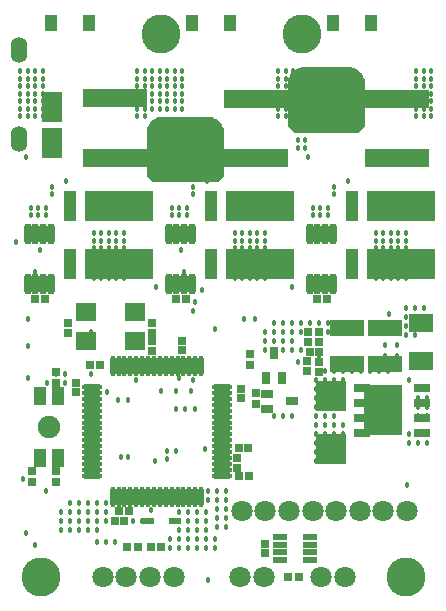
<source format=gbs>
G04 Layer_Color=16711935*
%FSAX25Y25*%
%MOIN*%
G70*
G01*
G75*
%ADD48C,0.07480*%
%ADD83R,0.02572X0.02965*%
%ADD84R,0.02965X0.02572*%
%ADD87R,0.02847X0.02847*%
%ADD100R,0.02847X0.02847*%
%ADD113O,0.05524X0.08674*%
%ADD114C,0.13005*%
%ADD115C,0.07100*%
%ADD116C,0.01800*%
%ADD117R,0.04567X0.02402*%
%ADD118R,0.21666X0.06115*%
%ADD119R,0.04147X0.02572*%
%ADD120R,0.02572X0.04147*%
%ADD121R,0.05501X0.03005*%
%ADD122R,0.11430X0.05328*%
%ADD123R,0.08280X0.06115*%
%ADD124R,0.06902X0.10249*%
%ADD125R,0.04383X0.05603*%
%ADD126O,0.02572X0.07099*%
%ADD127R,0.22847X0.10406*%
%ADD128R,0.04304X0.10406*%
%ADD129R,0.07100X0.06300*%
%ADD130O,0.06902X0.01784*%
%ADD131O,0.01784X0.06902*%
%ADD132R,0.04147X0.02375*%
%ADD133R,0.09855X0.09855*%
%ADD134R,0.03950X0.06312*%
%ADD135R,0.12800X0.16800*%
G36*
X0579199Y0375401D02*
X0594199Y0375401D01*
X0594200Y0375401D01*
X0594692Y0375401D01*
X0594705Y0375400D01*
X0594718D01*
X0594731Y0375398D01*
X0594744Y0375397D01*
X0594757Y0375395D01*
X0594770Y0375393D01*
X0595736Y0375201D01*
X0595748Y0375198D01*
X0595761Y0375195D01*
X0595774Y0375191D01*
X0595786Y0375187D01*
X0595798Y0375182D01*
X0595811Y0375178D01*
X0596721Y0374801D01*
X0596733Y0374796D01*
X0596745Y0374791D01*
X0596756Y0374784D01*
X0596768Y0374778D01*
X0596779Y0374771D01*
X0596790Y0374764D01*
X0597609Y0374217D01*
X0597620Y0374209D01*
X0597631Y0374202D01*
X0597640Y0374193D01*
X0597651Y0374185D01*
X0597660Y0374176D01*
X0597670Y0374167D01*
X0598366Y0373471D01*
X0598375Y0373461D01*
X0598384Y0373452D01*
X0598392Y0373441D01*
X0598401Y0373431D01*
X0598408Y0373421D01*
X0598416Y0373410D01*
X0598963Y0372591D01*
X0598970Y0372580D01*
X0598977Y0372569D01*
X0598983Y0372557D01*
X0598990Y0372546D01*
X0598995Y0372534D01*
X0599000Y0372522D01*
X0599377Y0371612D01*
X0599382Y0371599D01*
X0599387Y0371587D01*
X0599390Y0371575D01*
X0599394Y0371562D01*
X0599397Y0371549D01*
X0599400Y0371537D01*
X0599592Y0370571D01*
X0599594Y0370558D01*
X0599597Y0370545D01*
X0599597Y0370532D01*
X0599599Y0370519D01*
Y0370506D01*
X0599600Y0370493D01*
X0599600Y0370000D01*
X0599600Y0356000D01*
X0599597Y0355948D01*
X0599586Y0355896D01*
X0599570Y0355847D01*
X0599546Y0355800D01*
X0599517Y0355756D01*
X0599483Y0355717D01*
X0597483Y0353717D01*
X0597443Y0353682D01*
X0597400Y0353653D01*
X0597353Y0353630D01*
X0597303Y0353613D01*
X0597252Y0353603D01*
X0597199Y0353599D01*
X0576199D01*
X0576147Y0353603D01*
X0576095Y0353613D01*
X0576046Y0353630D01*
X0575999Y0353653D01*
X0575955Y0353682D01*
X0575916Y0353717D01*
X0573916Y0355716D01*
X0573881Y0355756D01*
X0573852Y0355800D01*
X0573829Y0355847D01*
X0573812Y0355896D01*
X0573802Y0355948D01*
X0573798Y0356000D01*
X0573798Y0370000D01*
D01*
X0573798Y0370492D01*
X0573799Y0370505D01*
Y0370519D01*
X0573801Y0370532D01*
X0573802Y0370545D01*
X0573804Y0370558D01*
X0573806Y0370571D01*
X0573998Y0371537D01*
X0574001Y0371549D01*
X0574004Y0371562D01*
X0574008Y0371575D01*
X0574012Y0371587D01*
X0574017Y0371599D01*
X0574021Y0371612D01*
X0574398Y0372522D01*
X0574403Y0372534D01*
X0574409Y0372546D01*
X0574415Y0372557D01*
X0574421Y0372569D01*
X0574428Y0372580D01*
X0574435Y0372591D01*
X0574982Y0373410D01*
X0574990Y0373421D01*
X0574997Y0373431D01*
X0575006Y0373441D01*
X0575014Y0373452D01*
X0575023Y0373461D01*
X0575032Y0373471D01*
X0575728Y0374167D01*
X0575738Y0374176D01*
X0575747Y0374185D01*
X0575758Y0374193D01*
X0575768Y0374202D01*
X0575778Y0374209D01*
X0575789Y0374217D01*
X0576608Y0374764D01*
X0576619Y0374771D01*
X0576630Y0374778D01*
X0576642Y0374784D01*
X0576653Y0374791D01*
X0576665Y0374796D01*
X0576677Y0374801D01*
X0577587Y0375178D01*
X0577600Y0375183D01*
X0577612Y0375187D01*
X0577625Y0375191D01*
X0577637Y0375195D01*
X0577650Y0375198D01*
X0577662Y0375201D01*
X0578628Y0375393D01*
X0578642Y0375395D01*
X0578654Y0375397D01*
X0578667Y0375398D01*
X0578680Y0375400D01*
X0578693D01*
X0578707Y0375401D01*
X0579199Y0375401D01*
D02*
G37*
G36*
X0626199Y0391901D02*
X0641199Y0391901D01*
X0641200Y0391901D01*
X0641692Y0391901D01*
X0641705Y0391900D01*
X0641718D01*
X0641731Y0391898D01*
X0641744Y0391897D01*
X0641757Y0391895D01*
X0641770Y0391893D01*
X0642736Y0391701D01*
X0642748Y0391698D01*
X0642761Y0391695D01*
X0642774Y0391691D01*
X0642786Y0391687D01*
X0642799Y0391682D01*
X0642811Y0391678D01*
X0643721Y0391301D01*
X0643733Y0391295D01*
X0643745Y0391290D01*
X0643756Y0391284D01*
X0643768Y0391278D01*
X0643779Y0391271D01*
X0643790Y0391264D01*
X0644609Y0390717D01*
X0644620Y0390709D01*
X0644630Y0390702D01*
X0644640Y0390693D01*
X0644651Y0390685D01*
X0644660Y0390676D01*
X0644670Y0390667D01*
X0645366Y0389971D01*
X0645375Y0389961D01*
X0645384Y0389952D01*
X0645392Y0389941D01*
X0645401Y0389931D01*
X0645408Y0389920D01*
X0645416Y0389910D01*
X0645963Y0389091D01*
X0645970Y0389080D01*
X0645977Y0389069D01*
X0645983Y0389057D01*
X0645990Y0389046D01*
X0645995Y0389034D01*
X0646000Y0389022D01*
X0646377Y0388112D01*
X0646382Y0388099D01*
X0646387Y0388087D01*
X0646390Y0388075D01*
X0646394Y0388062D01*
X0646397Y0388049D01*
X0646400Y0388037D01*
X0646592Y0387071D01*
X0646594Y0387058D01*
X0646596Y0387045D01*
X0646597Y0387032D01*
X0646599Y0387019D01*
Y0387006D01*
X0646600Y0386992D01*
X0646600Y0386500D01*
X0646600Y0372500D01*
X0646597Y0372448D01*
X0646586Y0372396D01*
X0646569Y0372347D01*
X0646546Y0372300D01*
X0646517Y0372256D01*
X0646483Y0372217D01*
X0644483Y0370217D01*
X0644443Y0370182D01*
X0644400Y0370153D01*
X0644353Y0370130D01*
X0644303Y0370113D01*
X0644251Y0370103D01*
X0644199Y0370099D01*
X0623199D01*
X0623147Y0370103D01*
X0623095Y0370113D01*
X0623046Y0370130D01*
X0622999Y0370153D01*
X0622955Y0370182D01*
X0622916Y0370217D01*
X0620916Y0372217D01*
X0620881Y0372256D01*
X0620852Y0372300D01*
X0620829Y0372346D01*
X0620812Y0372396D01*
X0620802Y0372448D01*
X0620798Y0372500D01*
X0620798Y0386500D01*
D01*
X0620798Y0386992D01*
X0620799Y0387005D01*
Y0387019D01*
X0620801Y0387032D01*
X0620802Y0387045D01*
X0620804Y0387058D01*
X0620806Y0387071D01*
X0620998Y0388037D01*
X0621001Y0388049D01*
X0621004Y0388062D01*
X0621008Y0388075D01*
X0621012Y0388087D01*
X0621017Y0388099D01*
X0621021Y0388112D01*
X0621398Y0389022D01*
X0621404Y0389034D01*
X0621409Y0389046D01*
X0621415Y0389057D01*
X0621421Y0389069D01*
X0621428Y0389080D01*
X0621435Y0389091D01*
X0621982Y0389910D01*
X0621990Y0389920D01*
X0621997Y0389931D01*
X0622006Y0389941D01*
X0622014Y0389952D01*
X0622023Y0389961D01*
X0622032Y0389971D01*
X0622728Y0390667D01*
X0622738Y0390676D01*
X0622747Y0390685D01*
X0622758Y0390693D01*
X0622768Y0390702D01*
X0622779Y0390709D01*
X0622789Y0390717D01*
X0623608Y0391264D01*
X0623619Y0391271D01*
X0623630Y0391278D01*
X0623642Y0391284D01*
X0623653Y0391290D01*
X0623666Y0391296D01*
X0623677Y0391301D01*
X0624587Y0391678D01*
X0624600Y0391683D01*
X0624612Y0391687D01*
X0624624Y0391691D01*
X0624637Y0391695D01*
X0624650Y0391698D01*
X0624662Y0391701D01*
X0625628Y0391893D01*
X0625641Y0391895D01*
X0625654Y0391897D01*
X0625667Y0391898D01*
X0625680Y0391900D01*
X0625694D01*
X0625707Y0391901D01*
X0626199Y0391901D01*
D02*
G37*
D48*
X0541229Y0271970D02*
D03*
D83*
X0620927Y0222000D02*
D03*
X0624471D02*
D03*
X0567199Y0232000D02*
D03*
X0570742D02*
D03*
X0575156D02*
D03*
X0578699D02*
D03*
D84*
X0610199Y0279728D02*
D03*
Y0283272D02*
D03*
X0608199Y0296272D02*
D03*
Y0292728D02*
D03*
X0631199Y0290203D02*
D03*
Y0293746D02*
D03*
Y0300203D02*
D03*
Y0303746D02*
D03*
X0627199Y0290500D02*
D03*
Y0294043D02*
D03*
X0535699Y0257272D02*
D03*
Y0253728D02*
D03*
X0543699Y0257272D02*
D03*
Y0253728D02*
D03*
Y0286728D02*
D03*
Y0290272D02*
D03*
D87*
X0627699Y0300400D02*
D03*
Y0303549D02*
D03*
X0613199Y0233075D02*
D03*
Y0229925D02*
D03*
X0605199Y0284650D02*
D03*
Y0281500D02*
D03*
X0550199Y0283500D02*
D03*
Y0286650D02*
D03*
X0575699Y0303425D02*
D03*
Y0306575D02*
D03*
X0547699Y0306575D02*
D03*
Y0303425D02*
D03*
X0604000Y0261575D02*
D03*
Y0258425D02*
D03*
X0575699Y0297425D02*
D03*
Y0300575D02*
D03*
X0585699Y0297500D02*
D03*
Y0300650D02*
D03*
D100*
X0631274Y0296974D02*
D03*
X0628124D02*
D03*
X0604425Y0265000D02*
D03*
X0607575D02*
D03*
X0607774Y0255500D02*
D03*
X0604624D02*
D03*
X0566274Y0240500D02*
D03*
X0563124D02*
D03*
X0555050Y0292500D02*
D03*
X0558199D02*
D03*
X0536624Y0314500D02*
D03*
X0539774D02*
D03*
X0567774Y0244000D02*
D03*
X0564624D02*
D03*
X0583624Y0314500D02*
D03*
X0586774D02*
D03*
X0630624D02*
D03*
X0633774D02*
D03*
D113*
X0531199Y0368000D02*
D03*
Y0397528D02*
D03*
D114*
X0578699Y0403000D02*
D03*
X0625699D02*
D03*
X0660199Y0222000D02*
D03*
X0538699D02*
D03*
D115*
X0639937D02*
D03*
X0632063D02*
D03*
X0605063D02*
D03*
X0612937D02*
D03*
X0559189D02*
D03*
X0567063D02*
D03*
X0574937D02*
D03*
X0582837D02*
D03*
X0644811Y0244000D02*
D03*
X0605441D02*
D03*
X0613315D02*
D03*
X0621189D02*
D03*
X0629089D02*
D03*
X0636989D02*
D03*
X0652685D02*
D03*
X0660559D02*
D03*
D116*
X0567699Y0281000D02*
D03*
X0564199D02*
D03*
X0563199Y0233500D02*
D03*
X0581699Y0231500D02*
D03*
X0584699D02*
D03*
X0587699D02*
D03*
X0590699D02*
D03*
X0593699D02*
D03*
X0596699D02*
D03*
Y0234500D02*
D03*
X0545199Y0237500D02*
D03*
X0548199D02*
D03*
X0551199D02*
D03*
X0554199D02*
D03*
X0557199D02*
D03*
X0593699Y0243500D02*
D03*
X0590699D02*
D03*
X0587699D02*
D03*
X0581699Y0234500D02*
D03*
X0563199Y0240500D02*
D03*
X0557199Y0233500D02*
D03*
X0560199D02*
D03*
X0569199Y0240500D02*
D03*
X0572199D02*
D03*
X0543699Y0289500D02*
D03*
X0536401Y0232798D02*
D03*
X0540199Y0250500D02*
D03*
X0575299Y0244146D02*
D03*
X0593699Y0234500D02*
D03*
X0590699D02*
D03*
X0587699D02*
D03*
X0584699D02*
D03*
Y0243500D02*
D03*
Y0240500D02*
D03*
Y0237500D02*
D03*
X0593699Y0240500D02*
D03*
X0590699D02*
D03*
X0587699D02*
D03*
X0593699Y0237500D02*
D03*
X0590699D02*
D03*
X0587699D02*
D03*
X0610025Y0307951D02*
D03*
X0606364Y0308000D02*
D03*
X0589199Y0352000D02*
D03*
X0616199Y0275500D02*
D03*
X0619199D02*
D03*
X0622199D02*
D03*
X0613199Y0297500D02*
D03*
Y0300500D02*
D03*
Y0303500D02*
D03*
X0624199Y0293500D02*
D03*
X0622199Y0297500D02*
D03*
X0619199D02*
D03*
X0616199Y0300500D02*
D03*
X0619199D02*
D03*
X0580699Y0261376D02*
D03*
Y0264000D02*
D03*
X0663699Y0390500D02*
D03*
Y0388000D02*
D03*
Y0385500D02*
D03*
Y0383000D02*
D03*
Y0378000D02*
D03*
Y0375500D02*
D03*
Y0380500D02*
D03*
X0668699Y0388000D02*
D03*
Y0380500D02*
D03*
X0666199D02*
D03*
Y0375500D02*
D03*
X0668699D02*
D03*
Y0378000D02*
D03*
X0666199D02*
D03*
Y0383000D02*
D03*
X0668699D02*
D03*
Y0385500D02*
D03*
X0666199D02*
D03*
Y0388000D02*
D03*
Y0390500D02*
D03*
X0668699D02*
D03*
X0578699Y0232000D02*
D03*
X0570742D02*
D03*
X0594199Y0250500D02*
D03*
Y0247500D02*
D03*
X0614046Y0283059D02*
D03*
X0613719Y0288437D02*
D03*
X0610199Y0283272D02*
D03*
X0596699Y0304500D02*
D03*
X0594199Y0221000D02*
D03*
X0660699Y0252500D02*
D03*
X0533427Y0236500D02*
D03*
X0534199Y0288200D02*
D03*
Y0299000D02*
D03*
X0573199Y0375500D02*
D03*
X0570699D02*
D03*
X0622699Y0373000D02*
D03*
X0625199D02*
D03*
X0627699D02*
D03*
X0630199D02*
D03*
X0632699D02*
D03*
X0539199Y0390500D02*
D03*
X0536699D02*
D03*
X0534199D02*
D03*
Y0388000D02*
D03*
X0539199D02*
D03*
X0534199Y0385500D02*
D03*
X0536699D02*
D03*
X0539199D02*
D03*
Y0383000D02*
D03*
X0536699D02*
D03*
X0534199D02*
D03*
X0539199Y0380500D02*
D03*
X0534199Y0378000D02*
D03*
X0536699D02*
D03*
X0539199D02*
D03*
Y0375500D02*
D03*
X0536699D02*
D03*
X0534199D02*
D03*
Y0380500D02*
D03*
X0536699D02*
D03*
Y0388000D02*
D03*
X0531699Y0380500D02*
D03*
Y0375500D02*
D03*
Y0378000D02*
D03*
Y0383000D02*
D03*
Y0385500D02*
D03*
Y0388000D02*
D03*
Y0390500D02*
D03*
X0579699Y0372500D02*
D03*
X0577199D02*
D03*
X0627699Y0390500D02*
D03*
X0632699D02*
D03*
X0630199D02*
D03*
X0625199D02*
D03*
X0622699D02*
D03*
X0620199D02*
D03*
X0617699D02*
D03*
X0570699D02*
D03*
X0573199D02*
D03*
X0575699D02*
D03*
X0585699D02*
D03*
X0583199D02*
D03*
X0580699D02*
D03*
X0578199D02*
D03*
X0625199Y0375500D02*
D03*
Y0378000D02*
D03*
X0627699Y0375500D02*
D03*
Y0378000D02*
D03*
X0630199Y0375500D02*
D03*
Y0378000D02*
D03*
X0622699Y0375500D02*
D03*
Y0378000D02*
D03*
X0620199D02*
D03*
Y0375500D02*
D03*
X0632699D02*
D03*
Y0378000D02*
D03*
X0617699Y0375500D02*
D03*
Y0378000D02*
D03*
Y0380500D02*
D03*
X0620199D02*
D03*
X0622699D02*
D03*
X0625199D02*
D03*
X0627699D02*
D03*
X0630199D02*
D03*
X0632699D02*
D03*
Y0383000D02*
D03*
X0630199D02*
D03*
X0627699D02*
D03*
X0622699D02*
D03*
X0620199D02*
D03*
X0617699D02*
D03*
Y0385500D02*
D03*
X0620199D02*
D03*
X0625199D02*
D03*
X0627699D02*
D03*
X0630199D02*
D03*
X0632699D02*
D03*
X0617699Y0388000D02*
D03*
X0620199D02*
D03*
X0622699D02*
D03*
X0625199D02*
D03*
X0627699D02*
D03*
X0630199D02*
D03*
X0622699Y0385500D02*
D03*
X0632699Y0388000D02*
D03*
X0625199Y0383000D02*
D03*
X0578199Y0378000D02*
D03*
X0580699D02*
D03*
X0583199D02*
D03*
X0575699D02*
D03*
X0573199D02*
D03*
X0585699D02*
D03*
X0570699D02*
D03*
Y0380500D02*
D03*
X0573199D02*
D03*
X0575699D02*
D03*
X0578199D02*
D03*
X0580699D02*
D03*
X0583199D02*
D03*
X0585699D02*
D03*
Y0383000D02*
D03*
X0583199D02*
D03*
X0580699D02*
D03*
X0578199D02*
D03*
X0575699D02*
D03*
X0573199D02*
D03*
X0570699D02*
D03*
Y0385500D02*
D03*
X0573199D02*
D03*
X0578199D02*
D03*
X0580699D02*
D03*
X0583199D02*
D03*
X0585699D02*
D03*
X0570699Y0388000D02*
D03*
X0573199D02*
D03*
X0575699D02*
D03*
X0578199D02*
D03*
X0580699D02*
D03*
X0583199D02*
D03*
X0585699D02*
D03*
X0575699Y0385500D02*
D03*
X0542199Y0352000D02*
D03*
Y0349500D02*
D03*
X0636199Y0352000D02*
D03*
Y0349500D02*
D03*
X0589199D02*
D03*
X0579699Y0370000D02*
D03*
X0577199D02*
D03*
Y0367500D02*
D03*
X0579699D02*
D03*
X0577199Y0365000D02*
D03*
X0579699D02*
D03*
X0626699D02*
D03*
X0624199D02*
D03*
X0626699Y0367500D02*
D03*
X0624199D02*
D03*
X0648573Y0405000D02*
D03*
Y0408000D02*
D03*
X0601573Y0405000D02*
D03*
Y0408000D02*
D03*
X0554573Y0405000D02*
D03*
Y0408000D02*
D03*
X0635699Y0405000D02*
D03*
Y0408000D02*
D03*
X0588699Y0405000D02*
D03*
Y0408000D02*
D03*
X0541699D02*
D03*
Y0405000D02*
D03*
X0613199Y0230000D02*
D03*
Y0233000D02*
D03*
X0546756Y0354000D02*
D03*
X0657168Y0295532D02*
D03*
X0653231D02*
D03*
X0657168Y0299468D02*
D03*
X0653231D02*
D03*
X0580471Y0362000D02*
D03*
X0593955Y0354000D02*
D03*
X0640955D02*
D03*
X0533471Y0362000D02*
D03*
X0627471D02*
D03*
X0597199Y0244500D02*
D03*
X0600199D02*
D03*
Y0241500D02*
D03*
Y0238500D02*
D03*
X0597199D02*
D03*
Y0241500D02*
D03*
Y0247500D02*
D03*
X0600199D02*
D03*
X0554199Y0240500D02*
D03*
X0560199Y0243500D02*
D03*
Y0246500D02*
D03*
X0557199D02*
D03*
X0636199Y0260500D02*
D03*
X0639199D02*
D03*
Y0263500D02*
D03*
X0636199Y0272500D02*
D03*
X0639199D02*
D03*
X0633199D02*
D03*
X0630199D02*
D03*
X0639199Y0269500D02*
D03*
X0636199D02*
D03*
X0633199D02*
D03*
X0630199D02*
D03*
Y0266500D02*
D03*
X0633199D02*
D03*
X0636199D02*
D03*
X0639199D02*
D03*
X0636199Y0263642D02*
D03*
X0633199Y0263500D02*
D03*
X0630199D02*
D03*
X0657199Y0284574D02*
D03*
X0630199Y0275500D02*
D03*
X0633199D02*
D03*
X0636199D02*
D03*
X0630199Y0278500D02*
D03*
X0633199D02*
D03*
X0636199D02*
D03*
X0639199D02*
D03*
Y0281500D02*
D03*
X0630199D02*
D03*
X0633199D02*
D03*
X0636199D02*
D03*
X0630199Y0284500D02*
D03*
X0633199D02*
D03*
X0636199D02*
D03*
X0639199D02*
D03*
Y0287500D02*
D03*
X0636199D02*
D03*
X0630199D02*
D03*
X0633199Y0290500D02*
D03*
X0636199D02*
D03*
X0639199D02*
D03*
X0642199D02*
D03*
X0645199D02*
D03*
X0648199D02*
D03*
X0651199D02*
D03*
X0654199D02*
D03*
X0636199Y0293500D02*
D03*
X0639199D02*
D03*
X0642199D02*
D03*
X0633199Y0287500D02*
D03*
X0660199Y0311500D02*
D03*
X0663199D02*
D03*
X0666199D02*
D03*
X0660199Y0308500D02*
D03*
X0663199D02*
D03*
X0660199Y0305500D02*
D03*
Y0302500D02*
D03*
X0663199D02*
D03*
X0664199Y0284500D02*
D03*
X0667199D02*
D03*
Y0281500D02*
D03*
X0664199D02*
D03*
Y0278500D02*
D03*
X0667199D02*
D03*
Y0275500D02*
D03*
X0664199D02*
D03*
Y0266500D02*
D03*
X0667199D02*
D03*
X0616199Y0306500D02*
D03*
X0619199D02*
D03*
X0622199D02*
D03*
X0625199D02*
D03*
Y0303500D02*
D03*
X0622199D02*
D03*
X0619199D02*
D03*
X0616199D02*
D03*
X0622199Y0300500D02*
D03*
X0625199Y0297500D02*
D03*
X0661199Y0287500D02*
D03*
Y0266500D02*
D03*
Y0269500D02*
D03*
X0631346Y0295647D02*
D03*
X0628199Y0303500D02*
D03*
Y0306500D02*
D03*
X0631199D02*
D03*
Y0303500D02*
D03*
X0634199D02*
D03*
Y0306500D02*
D03*
X0637199D02*
D03*
Y0303500D02*
D03*
X0654443Y0309500D02*
D03*
X0530199Y0333500D02*
D03*
X0583699Y0284000D02*
D03*
X0588699D02*
D03*
X0593199Y0264500D02*
D03*
X0622199Y0318500D02*
D03*
X0578699Y0284000D02*
D03*
X0589795Y0277904D02*
D03*
X0586699Y0278000D02*
D03*
X0583699D02*
D03*
X0551199Y0240500D02*
D03*
X0575156Y0232000D02*
D03*
X0567199D02*
D03*
X0560199Y0240500D02*
D03*
X0557199D02*
D03*
Y0243500D02*
D03*
X0554199D02*
D03*
Y0246500D02*
D03*
X0551199Y0243500D02*
D03*
Y0246500D02*
D03*
X0545199Y0240500D02*
D03*
X0548199Y0243500D02*
D03*
Y0240500D02*
D03*
X0565099Y0262000D02*
D03*
X0567699D02*
D03*
X0605199Y0284650D02*
D03*
Y0281500D02*
D03*
X0604000Y0261575D02*
D03*
X0604624Y0255500D02*
D03*
X0607774D02*
D03*
X0597199Y0250500D02*
D03*
X0600199D02*
D03*
X0585224Y0331050D02*
D03*
X0538224D02*
D03*
X0535199Y0345000D02*
D03*
X0537699D02*
D03*
X0540199D02*
D03*
Y0342500D02*
D03*
X0537699D02*
D03*
X0535199D02*
D03*
X0582199Y0345000D02*
D03*
X0584699D02*
D03*
X0587199D02*
D03*
Y0342500D02*
D03*
X0584699D02*
D03*
X0582199D02*
D03*
X0634199Y0345000D02*
D03*
Y0342500D02*
D03*
X0631699D02*
D03*
X0650199Y0336500D02*
D03*
X0652699D02*
D03*
X0655199D02*
D03*
X0657699D02*
D03*
X0660199D02*
D03*
X0652699Y0334000D02*
D03*
X0655199D02*
D03*
X0657699D02*
D03*
X0660199D02*
D03*
Y0331500D02*
D03*
X0657699D02*
D03*
X0652699D02*
D03*
X0650199D02*
D03*
Y0329000D02*
D03*
Y0321500D02*
D03*
Y0324000D02*
D03*
X0652699Y0329000D02*
D03*
Y0326500D02*
D03*
Y0324000D02*
D03*
Y0321500D02*
D03*
X0655199D02*
D03*
X0657699D02*
D03*
X0660199D02*
D03*
Y0329000D02*
D03*
Y0326500D02*
D03*
Y0324000D02*
D03*
X0657699D02*
D03*
X0655199D02*
D03*
Y0326500D02*
D03*
X0657699Y0329000D02*
D03*
Y0326500D02*
D03*
X0650199D02*
D03*
X0655199Y0329000D02*
D03*
Y0331500D02*
D03*
X0650199Y0334000D02*
D03*
X0576928Y0318728D02*
D03*
X0565699Y0347500D02*
D03*
X0563199D02*
D03*
X0560699D02*
D03*
X0558199D02*
D03*
X0555699D02*
D03*
X0565699Y0345000D02*
D03*
Y0342500D02*
D03*
X0612699D02*
D03*
Y0345000D02*
D03*
X0602699Y0347500D02*
D03*
X0605199D02*
D03*
X0607699D02*
D03*
X0610199D02*
D03*
X0612699D02*
D03*
X0659699Y0342500D02*
D03*
Y0345000D02*
D03*
X0649699Y0347500D02*
D03*
X0652199D02*
D03*
X0654699D02*
D03*
X0657199D02*
D03*
X0659699D02*
D03*
X0536624Y0314500D02*
D03*
X0592199Y0317500D02*
D03*
X0589199Y0310500D02*
D03*
X0589971Y0313500D02*
D03*
X0607575Y0265000D02*
D03*
X0585199Y0297500D02*
D03*
Y0300500D02*
D03*
X0589199Y0287500D02*
D03*
X0584499Y0288293D02*
D03*
X0560699Y0283500D02*
D03*
X0558199Y0292500D02*
D03*
X0555199Y0289500D02*
D03*
Y0298500D02*
D03*
Y0301000D02*
D03*
Y0303500D02*
D03*
X0575699Y0300575D02*
D03*
X0567199Y0309000D02*
D03*
X0569699D02*
D03*
X0572199D02*
D03*
X0608199Y0296272D02*
D03*
X0603199Y0334000D02*
D03*
X0608199Y0331500D02*
D03*
Y0329000D02*
D03*
X0603199Y0326500D02*
D03*
X0610699D02*
D03*
Y0329000D02*
D03*
X0608199Y0326500D02*
D03*
Y0324000D02*
D03*
X0610699D02*
D03*
X0613199D02*
D03*
Y0326500D02*
D03*
Y0329000D02*
D03*
Y0321500D02*
D03*
X0610699D02*
D03*
X0608199D02*
D03*
X0605699D02*
D03*
Y0324000D02*
D03*
Y0326500D02*
D03*
Y0329000D02*
D03*
X0603199Y0324000D02*
D03*
Y0321500D02*
D03*
Y0329000D02*
D03*
Y0331500D02*
D03*
X0605699D02*
D03*
X0610699D02*
D03*
X0613199D02*
D03*
Y0334000D02*
D03*
X0610699D02*
D03*
X0608199D02*
D03*
X0605699D02*
D03*
X0613199Y0336500D02*
D03*
X0610699D02*
D03*
X0608199D02*
D03*
X0605699D02*
D03*
X0603199D02*
D03*
X0556199Y0334000D02*
D03*
X0561199Y0331500D02*
D03*
Y0329000D02*
D03*
X0556199Y0326500D02*
D03*
X0563699D02*
D03*
Y0329000D02*
D03*
X0561199Y0326500D02*
D03*
Y0324000D02*
D03*
X0563699D02*
D03*
X0566199D02*
D03*
Y0326500D02*
D03*
Y0329000D02*
D03*
Y0321500D02*
D03*
X0563699D02*
D03*
X0561199D02*
D03*
X0558699D02*
D03*
Y0324000D02*
D03*
Y0326500D02*
D03*
Y0329000D02*
D03*
X0556199Y0324000D02*
D03*
Y0321500D02*
D03*
Y0329000D02*
D03*
Y0331500D02*
D03*
X0558699D02*
D03*
X0563699D02*
D03*
X0566199D02*
D03*
Y0334000D02*
D03*
X0563699D02*
D03*
X0561199D02*
D03*
X0558699D02*
D03*
X0566199Y0336500D02*
D03*
X0563699D02*
D03*
X0561199D02*
D03*
X0558699D02*
D03*
X0556199D02*
D03*
X0630199Y0260500D02*
D03*
X0633199D02*
D03*
X0539774Y0314500D02*
D03*
X0570199Y0287500D02*
D03*
X0631699Y0345000D02*
D03*
X0629199D02*
D03*
Y0342500D02*
D03*
X0645199Y0293500D02*
D03*
X0648199D02*
D03*
X0583699Y0264000D02*
D03*
X0576499Y0260500D02*
D03*
X0534199Y0308000D02*
D03*
X0586199Y0323500D02*
D03*
X0536699D02*
D03*
X0546653Y0286576D02*
D03*
X0546699Y0289500D02*
D03*
X0545199Y0243500D02*
D03*
X0548199Y0246500D02*
D03*
X0532699Y0254500D02*
D03*
X0540699Y0286500D02*
D03*
D117*
X0618081Y0227661D02*
D03*
Y0230221D02*
D03*
Y0232780D02*
D03*
X0628317D02*
D03*
Y0230221D02*
D03*
Y0227661D02*
D03*
Y0235339D02*
D03*
X0618081D02*
D03*
D118*
X0563199Y0381500D02*
D03*
Y0361618D02*
D03*
X0610199Y0381441D02*
D03*
Y0361559D02*
D03*
X0657199Y0381441D02*
D03*
Y0361559D02*
D03*
D119*
X0614046Y0277941D02*
D03*
Y0283059D02*
D03*
X0622353Y0280500D02*
D03*
D120*
X0618837Y0288347D02*
D03*
X0613719D02*
D03*
X0616278Y0296654D02*
D03*
D121*
X0665601Y0285000D02*
D03*
Y0280000D02*
D03*
Y0275000D02*
D03*
Y0270000D02*
D03*
X0645699Y0285000D02*
D03*
Y0280000D02*
D03*
Y0275000D02*
D03*
Y0270000D02*
D03*
D122*
X0640699Y0293094D02*
D03*
Y0304906D02*
D03*
X0653199Y0293094D02*
D03*
Y0304906D02*
D03*
D123*
X0665199Y0306500D02*
D03*
Y0293902D02*
D03*
D124*
X0542199Y0366500D02*
D03*
Y0378508D02*
D03*
D125*
X0648636Y0406500D02*
D03*
X0635762D02*
D03*
X0601636D02*
D03*
X0588762D02*
D03*
X0554636D02*
D03*
X0541762D02*
D03*
D126*
X0588839Y0319535D02*
D03*
X0586279D02*
D03*
X0583720D02*
D03*
X0581161D02*
D03*
X0588839Y0336465D02*
D03*
X0586279D02*
D03*
X0583720D02*
D03*
X0581161D02*
D03*
X0541839Y0319535D02*
D03*
X0539280D02*
D03*
X0536721D02*
D03*
X0534161D02*
D03*
X0541839Y0336465D02*
D03*
X0539280D02*
D03*
X0536721D02*
D03*
X0534161D02*
D03*
X0635839Y0319535D02*
D03*
X0633280D02*
D03*
X0630721D02*
D03*
X0628161D02*
D03*
X0635839Y0336465D02*
D03*
X0633280D02*
D03*
X0630721D02*
D03*
X0628161D02*
D03*
D127*
X0611504Y0326236D02*
D03*
Y0345764D02*
D03*
X0658504Y0326236D02*
D03*
Y0345764D02*
D03*
X0564504D02*
D03*
Y0326236D02*
D03*
D128*
X0595224Y0345764D02*
D03*
Y0326236D02*
D03*
X0642224Y0345764D02*
D03*
Y0326236D02*
D03*
X0548224D02*
D03*
Y0345764D02*
D03*
D129*
X0553549Y0310250D02*
D03*
X0569849D02*
D03*
Y0300750D02*
D03*
X0553549D02*
D03*
D130*
X0555447Y0285264D02*
D03*
Y0283295D02*
D03*
Y0281327D02*
D03*
Y0279358D02*
D03*
Y0277390D02*
D03*
Y0275421D02*
D03*
Y0273453D02*
D03*
Y0271484D02*
D03*
Y0269516D02*
D03*
Y0267547D02*
D03*
Y0265579D02*
D03*
Y0263610D02*
D03*
Y0261642D02*
D03*
Y0259673D02*
D03*
Y0257705D02*
D03*
Y0255736D02*
D03*
X0598951D02*
D03*
Y0257705D02*
D03*
Y0259673D02*
D03*
Y0261642D02*
D03*
Y0263610D02*
D03*
Y0265579D02*
D03*
Y0267547D02*
D03*
Y0269516D02*
D03*
Y0271484D02*
D03*
Y0273453D02*
D03*
Y0275421D02*
D03*
Y0277390D02*
D03*
Y0279358D02*
D03*
Y0281327D02*
D03*
Y0283295D02*
D03*
Y0285264D02*
D03*
D131*
X0562435Y0248748D02*
D03*
X0564404D02*
D03*
X0566372D02*
D03*
X0568341D02*
D03*
X0570309D02*
D03*
X0572278D02*
D03*
X0574246D02*
D03*
X0576215D02*
D03*
X0578183D02*
D03*
X0580152D02*
D03*
X0582120D02*
D03*
X0584089D02*
D03*
X0586057D02*
D03*
X0588026D02*
D03*
X0589994D02*
D03*
X0591963D02*
D03*
Y0292252D02*
D03*
X0589994D02*
D03*
X0588026D02*
D03*
X0586057D02*
D03*
X0584089D02*
D03*
X0582120D02*
D03*
X0580152D02*
D03*
X0578183D02*
D03*
X0576215D02*
D03*
X0574246D02*
D03*
X0572278D02*
D03*
X0570309D02*
D03*
X0568341D02*
D03*
X0566372D02*
D03*
X0564404D02*
D03*
X0562435D02*
D03*
D132*
X0583325Y0240500D02*
D03*
X0574073D02*
D03*
D133*
X0635199Y0282358D02*
D03*
Y0264642D02*
D03*
D134*
X0544094Y0261734D02*
D03*
X0538385D02*
D03*
X0544094Y0282206D02*
D03*
X0538385D02*
D03*
D135*
X0652650Y0277500D02*
D03*
M02*

</source>
